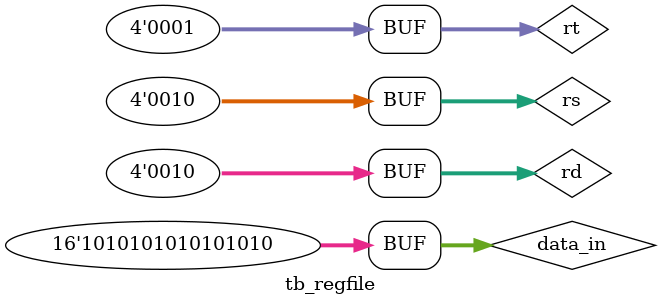
<source format=v>
`include "clock.v"
`include "regfile.v"

module tb_regfile;
  reg [3:0] rs, rt, rd;
  reg [15:0] data_in;
  wire [15:0] A, B;
  wire clk;

  clock c(.clk(clk));
  regfile uut(.clk(clk),.rs(rs),.rt(rt),.rd(rd),.data_in(data_in),.A(A),.B(B));
  initial begin
    #50
    rs = 4'b0000;
    rt = 4'b0001;
    rd = 4'b0010;
    data_in = 16'b1010_1010_1010_1010;
    #10
    rs = 4'b0010;
  end
  initial begin
    $monitor("rs=%b rt=%b rd=%b data in=%b : A=%b B=%b",rs,rt,rd,data_in,A,B);
  end
endmodule

</source>
